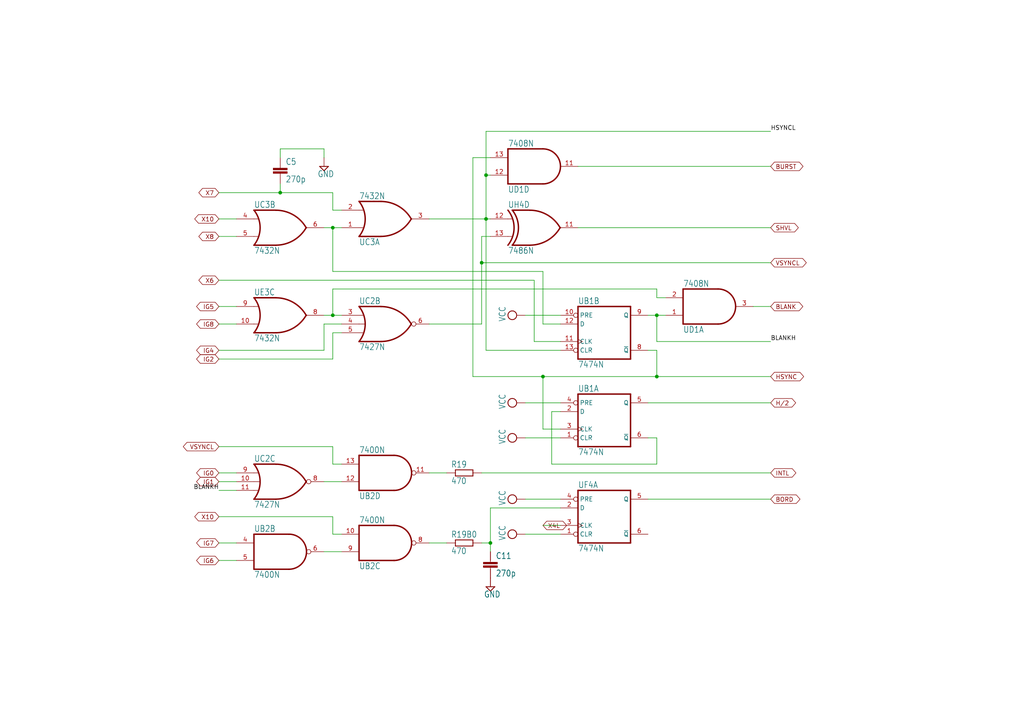
<source format=kicad_sch>
(kicad_sch (version 20230121) (generator eeschema)
  (paper "A4")
  (lib_symbols
    (symbol "HC2000:7400N"
      (property "Reference" "IC" (at -0.635 -0.635 0))
      (symbol "7400N_1_0"
        (polyline (pts (xy -7.62 -5.08) (xy 2.54 -5.08)) (stroke (width 0.4064)))
        (polyline (pts (xy -7.62 5.08) (xy -7.62 -5.08)) (stroke (width 0.4064)))
        (polyline (pts (xy 2.54 5.08) (xy -7.62 5.08)) (stroke (width 0.4064)))
        (arc (start 2.54 -5.08) (mid 7.6199 0) (end 2.54 5.08) (stroke (width 0.4064)))
        (pin input line (at -12.7 2.54 0) (length 5.08) (name "I0") (number "1"))
        (pin input line (at -12.7 -2.54 0) (length 5.08) (name "I1") (number "2"))
        (pin output inverted (at 12.7 0 180) (length 5.08) (name "O") (number "3"))
      )
      (symbol "7400N_2_0"
        (polyline (pts (xy -7.62 -5.08) (xy 2.54 -5.08)) (stroke (width 0.4064)))
        (polyline (pts (xy -7.62 5.08) (xy -7.62 -5.08)) (stroke (width 0.4064)))
        (polyline (pts (xy 2.54 5.08) (xy -7.62 5.08)) (stroke (width 0.4064)))
        (arc (start 2.54 -5.08) (mid 7.6199 0) (end 2.54 5.08) (stroke (width 0.4064)))
        (pin input line (at -12.7 2.54 0) (length 5.08) (name "I0") (number "4"))
        (pin input line (at -12.7 -2.54 0) (length 5.08) (name "I1") (number "5"))
        (pin output inverted (at 12.7 0 180) (length 5.08) (name "O") (number "6"))
      )
      (symbol "7400N_3_0"
        (polyline (pts (xy -7.62 -5.08) (xy 2.54 -5.08)) (stroke (width 0.4064)))
        (polyline (pts (xy -7.62 5.08) (xy -7.62 -5.08)) (stroke (width 0.4064)))
        (polyline (pts (xy 2.54 5.08) (xy -7.62 5.08)) (stroke (width 0.4064)))
        (arc (start 2.54 -5.08) (mid 7.6199 0) (end 2.54 5.08) (stroke (width 0.4064)))
        (pin input line (at -12.7 -2.54 0) (length 5.08) (name "I1") (number "10"))
        (pin output inverted (at 12.7 0 180) (length 5.08) (name "O") (number "8"))
        (pin input line (at -12.7 2.54 0) (length 5.08) (name "I0") (number "9"))
      )
      (symbol "7400N_4_0"
        (polyline (pts (xy -7.62 -5.08) (xy 2.54 -5.08)) (stroke (width 0.4064)))
        (polyline (pts (xy -7.62 5.08) (xy -7.62 -5.08)) (stroke (width 0.4064)))
        (polyline (pts (xy 2.54 5.08) (xy -7.62 5.08)) (stroke (width 0.4064)))
        (arc (start 2.54 -5.08) (mid 7.6199 0) (end 2.54 5.08) (stroke (width 0.4064)))
        (pin output inverted (at 12.7 0 180) (length 5.08) (name "O") (number "11"))
        (pin input line (at -12.7 2.54 0) (length 5.08) (name "I0") (number "12"))
        (pin input line (at -12.7 -2.54 0) (length 5.08) (name "I1") (number "13"))
      )
      (symbol "7400N_5_0"
        (text "GND" (at 1.905 -7.62 900) (effects (font (size 1.27 1.0795)) (justify left bottom)))
        (text "VCC" (at 1.905 5.08 900) (effects (font (size 1.27 1.0795)) (justify left bottom)))
        (pin power_in line (at 0 10.16 270) (length 7.62) (name "VCC") (number "14"))
        (pin power_in line (at 0 -10.16 90) (length 7.62) (name "GND") (number "7"))
      )
    )
    (symbol "HC2000:7408N"
      (property "Reference" "IC" (at -0.635 -0.635 0))
      (symbol "7408N_1_0"
        (polyline (pts (xy -7.62 -5.08) (xy 2.54 -5.08)) (stroke (width 0.4064)))
        (polyline (pts (xy -7.62 5.08) (xy -7.62 -5.08)) (stroke (width 0.4064)))
        (polyline (pts (xy 2.54 5.08) (xy -7.62 5.08)) (stroke (width 0.4064)))
        (arc (start 2.54 -5.08) (mid 7.6199 0) (end 2.54 5.08) (stroke (width 0.4064)))
        (pin input line (at -12.7 2.54 0) (length 5.08) (name "I0") (number "1"))
        (pin input line (at -12.7 -2.54 0) (length 5.08) (name "I1") (number "2"))
        (pin output line (at 12.7 0 180) (length 5.08) (name "O") (number "3"))
      )
      (symbol "7408N_2_0"
        (polyline (pts (xy -7.62 -5.08) (xy 2.54 -5.08)) (stroke (width 0.4064)))
        (polyline (pts (xy -7.62 5.08) (xy -7.62 -5.08)) (stroke (width 0.4064)))
        (polyline (pts (xy 2.54 5.08) (xy -7.62 5.08)) (stroke (width 0.4064)))
        (arc (start 2.54 -5.08) (mid 7.6199 0) (end 2.54 5.08) (stroke (width 0.4064)))
        (pin input line (at -12.7 2.54 0) (length 5.08) (name "I0") (number "4"))
        (pin input line (at -12.7 -2.54 0) (length 5.08) (name "I1") (number "5"))
        (pin output line (at 12.7 0 180) (length 5.08) (name "O") (number "6"))
      )
      (symbol "7408N_3_0"
        (polyline (pts (xy -7.62 -5.08) (xy 2.54 -5.08)) (stroke (width 0.4064)))
        (polyline (pts (xy -7.62 5.08) (xy -7.62 -5.08)) (stroke (width 0.4064)))
        (polyline (pts (xy 2.54 5.08) (xy -7.62 5.08)) (stroke (width 0.4064)))
        (arc (start 2.54 -5.08) (mid 7.6199 0) (end 2.54 5.08) (stroke (width 0.4064)))
        (pin input line (at -12.7 -2.54 0) (length 5.08) (name "I1") (number "10"))
        (pin output line (at 12.7 0 180) (length 5.08) (name "O") (number "8"))
        (pin input line (at -12.7 2.54 0) (length 5.08) (name "I0") (number "9"))
      )
      (symbol "7408N_4_0"
        (polyline (pts (xy -7.62 -5.08) (xy 2.54 -5.08)) (stroke (width 0.4064)))
        (polyline (pts (xy -7.62 5.08) (xy -7.62 -5.08)) (stroke (width 0.4064)))
        (polyline (pts (xy 2.54 5.08) (xy -7.62 5.08)) (stroke (width 0.4064)))
        (arc (start 2.54 -5.08) (mid 7.6199 0) (end 2.54 5.08) (stroke (width 0.4064)))
        (pin output line (at 12.7 0 180) (length 5.08) (name "O") (number "11"))
        (pin input line (at -12.7 2.54 0) (length 5.08) (name "I0") (number "12"))
        (pin input line (at -12.7 -2.54 0) (length 5.08) (name "I1") (number "13"))
      )
      (symbol "7408N_5_0"
        (text "GND" (at 1.905 -7.62 900) (effects (font (size 1.27 1.0795)) (justify left bottom)))
        (text "VCC" (at 1.905 5.08 900) (effects (font (size 1.27 1.0795)) (justify left bottom)))
        (pin power_in line (at 0 10.16 270) (length 7.62) (name "VCC") (number "14"))
        (pin power_in line (at 0 -10.16 90) (length 7.62) (name "GND") (number "7"))
      )
    )
    (symbol "HC2000:7427N"
      (property "Reference" "IC" (at -0.635 -0.635 0))
      (symbol "7427N_1_0"
        (arc (start -7.62 -5.08) (mid -5.838 0) (end -7.62 5.08) (stroke (width 0.4064)))
        (arc (start -1.2446 -5.0678) (mid 3.8372 -3.689) (end 7.5439 0.0507) (stroke (width 0.4064)))
        (polyline (pts (xy -7.62 -2.54) (xy -6.35 -2.54)) (stroke (width 0.1524)))
        (polyline (pts (xy -7.62 0) (xy -5.842 0)) (stroke (width 0.1524)))
        (polyline (pts (xy -7.62 2.54) (xy -6.35 2.54)) (stroke (width 0.1524)))
        (polyline (pts (xy -1.27 -5.08) (xy -7.62 -5.08)) (stroke (width 0.4064)))
        (polyline (pts (xy -1.27 5.08) (xy -7.62 5.08)) (stroke (width 0.4064)))
        (arc (start 7.5442 -0.0505) (mid 3.8373 3.6892) (end -1.2446 5.0678) (stroke (width 0.4064)))
        (pin input line (at -12.7 2.54 0) (length 5.08) (name "I0") (number "1"))
        (pin output inverted (at 12.7 0 180) (length 5.08) (name "O") (number "12"))
        (pin input line (at -12.7 -2.54 0) (length 5.08) (name "I2") (number "13"))
        (pin input line (at -12.7 0 0) (length 5.08) (name "I1") (number "2"))
      )
      (symbol "7427N_2_0"
        (arc (start -7.62 -5.08) (mid -5.838 0) (end -7.62 5.08) (stroke (width 0.4064)))
        (arc (start -1.2446 -5.0678) (mid 3.8372 -3.689) (end 7.5439 0.0507) (stroke (width 0.4064)))
        (polyline (pts (xy -7.62 -2.54) (xy -6.35 -2.54)) (stroke (width 0.1524)))
        (polyline (pts (xy -7.62 0) (xy -5.842 0)) (stroke (width 0.1524)))
        (polyline (pts (xy -7.62 2.54) (xy -6.35 2.54)) (stroke (width 0.1524)))
        (polyline (pts (xy -1.27 -5.08) (xy -7.62 -5.08)) (stroke (width 0.4064)))
        (polyline (pts (xy -1.27 5.08) (xy -7.62 5.08)) (stroke (width 0.4064)))
        (arc (start 7.5442 -0.0505) (mid 3.8373 3.6892) (end -1.2446 5.0678) (stroke (width 0.4064)))
        (pin input line (at -12.7 2.54 0) (length 5.08) (name "I0") (number "3"))
        (pin input line (at -12.7 0 0) (length 5.08) (name "I1") (number "4"))
        (pin input line (at -12.7 -2.54 0) (length 5.08) (name "I2") (number "5"))
        (pin output inverted (at 12.7 0 180) (length 5.08) (name "O") (number "6"))
      )
      (symbol "7427N_3_0"
        (arc (start -7.62 -5.08) (mid -5.838 0) (end -7.62 5.08) (stroke (width 0.4064)))
        (arc (start -1.2446 -5.0678) (mid 3.8372 -3.689) (end 7.5439 0.0507) (stroke (width 0.4064)))
        (polyline (pts (xy -7.62 -2.54) (xy -6.35 -2.54)) (stroke (width 0.1524)))
        (polyline (pts (xy -7.62 0) (xy -5.842 0)) (stroke (width 0.1524)))
        (polyline (pts (xy -7.62 2.54) (xy -6.35 2.54)) (stroke (width 0.1524)))
        (polyline (pts (xy -1.27 -5.08) (xy -7.62 -5.08)) (stroke (width 0.4064)))
        (polyline (pts (xy -1.27 5.08) (xy -7.62 5.08)) (stroke (width 0.4064)))
        (arc (start 7.5442 -0.0505) (mid 3.8373 3.6892) (end -1.2446 5.0678) (stroke (width 0.4064)))
        (pin input line (at -12.7 0 0) (length 5.08) (name "I1") (number "10"))
        (pin input line (at -12.7 -2.54 0) (length 5.08) (name "I2") (number "11"))
        (pin output inverted (at 12.7 0 180) (length 5.08) (name "O") (number "8"))
        (pin input line (at -12.7 2.54 0) (length 5.08) (name "I0") (number "9"))
      )
      (symbol "7427N_4_0"
        (text "GND" (at 1.905 -7.62 900) (effects (font (size 1.27 1.0795)) (justify left bottom)))
        (text "VCC" (at 1.905 5.08 900) (effects (font (size 1.27 1.0795)) (justify left bottom)))
        (pin power_in line (at 0 10.16 270) (length 7.62) (name "VCC") (number "14"))
        (pin power_in line (at 0 -10.16 90) (length 7.62) (name "GND") (number "7"))
      )
    )
    (symbol "HC2000:7432N"
      (property "Reference" "IC" (at -0.635 -0.635 0))
      (symbol "7432N_1_0"
        (arc (start -7.62 -5.08) (mid -5.838 0) (end -7.62 5.08) (stroke (width 0.4064)))
        (arc (start -1.2446 -5.0678) (mid 3.8372 -3.689) (end 7.5439 0.0507) (stroke (width 0.4064)))
        (polyline (pts (xy -7.62 -2.54) (xy -6.35 -2.54)) (stroke (width 0.1524)))
        (polyline (pts (xy -7.62 2.54) (xy -6.35 2.54)) (stroke (width 0.1524)))
        (polyline (pts (xy -1.27 -5.08) (xy -7.62 -5.08)) (stroke (width 0.4064)))
        (polyline (pts (xy -1.27 5.08) (xy -7.62 5.08)) (stroke (width 0.4064)))
        (arc (start 7.5442 -0.0505) (mid 3.8373 3.6892) (end -1.2446 5.0678) (stroke (width 0.4064)))
        (pin input line (at -12.7 2.54 0) (length 5.08) (name "I0") (number "1"))
        (pin input line (at -12.7 -2.54 0) (length 5.08) (name "I1") (number "2"))
        (pin output line (at 12.7 0 180) (length 5.08) (name "O") (number "3"))
      )
      (symbol "7432N_2_0"
        (arc (start -7.62 -5.08) (mid -5.838 0) (end -7.62 5.08) (stroke (width 0.4064)))
        (arc (start -1.2446 -5.0678) (mid 3.8372 -3.689) (end 7.5439 0.0507) (stroke (width 0.4064)))
        (polyline (pts (xy -7.62 -2.54) (xy -6.35 -2.54)) (stroke (width 0.1524)))
        (polyline (pts (xy -7.62 2.54) (xy -6.35 2.54)) (stroke (width 0.1524)))
        (polyline (pts (xy -1.27 -5.08) (xy -7.62 -5.08)) (stroke (width 0.4064)))
        (polyline (pts (xy -1.27 5.08) (xy -7.62 5.08)) (stroke (width 0.4064)))
        (arc (start 7.5442 -0.0505) (mid 3.8373 3.6892) (end -1.2446 5.0678) (stroke (width 0.4064)))
        (pin input line (at -12.7 2.54 0) (length 5.08) (name "I0") (number "4"))
        (pin input line (at -12.7 -2.54 0) (length 5.08) (name "I1") (number "5"))
        (pin output line (at 12.7 0 180) (length 5.08) (name "O") (number "6"))
      )
      (symbol "7432N_3_0"
        (arc (start -7.62 -5.08) (mid -5.838 0) (end -7.62 5.08) (stroke (width 0.4064)))
        (arc (start -1.2446 -5.0678) (mid 3.8372 -3.689) (end 7.5439 0.0507) (stroke (width 0.4064)))
        (polyline (pts (xy -7.62 -2.54) (xy -6.35 -2.54)) (stroke (width 0.1524)))
        (polyline (pts (xy -7.62 2.54) (xy -6.35 2.54)) (stroke (width 0.1524)))
        (polyline (pts (xy -1.27 -5.08) (xy -7.62 -5.08)) (stroke (width 0.4064)))
        (polyline (pts (xy -1.27 5.08) (xy -7.62 5.08)) (stroke (width 0.4064)))
        (arc (start 7.5442 -0.0505) (mid 3.8373 3.6892) (end -1.2446 5.0678) (stroke (width 0.4064)))
        (pin input line (at -12.7 -2.54 0) (length 5.08) (name "I1") (number "10"))
        (pin output line (at 12.7 0 180) (length 5.08) (name "O") (number "8"))
        (pin input line (at -12.7 2.54 0) (length 5.08) (name "I0") (number "9"))
      )
      (symbol "7432N_4_0"
        (arc (start -7.62 -5.08) (mid -5.838 0) (end -7.62 5.08) (stroke (width 0.4064)))
        (arc (start -1.2446 -5.0678) (mid 3.8372 -3.689) (end 7.5439 0.0507) (stroke (width 0.4064)))
        (polyline (pts (xy -7.62 -2.54) (xy -6.35 -2.54)) (stroke (width 0.1524)))
        (polyline (pts (xy -7.62 2.54) (xy -6.35 2.54)) (stroke (width 0.1524)))
        (polyline (pts (xy -1.27 -5.08) (xy -7.62 -5.08)) (stroke (width 0.4064)))
        (polyline (pts (xy -1.27 5.08) (xy -7.62 5.08)) (stroke (width 0.4064)))
        (arc (start 7.5442 -0.0505) (mid 3.8373 3.6892) (end -1.2446 5.0678) (stroke (width 0.4064)))
        (pin output line (at 12.7 0 180) (length 5.08) (name "O") (number "11"))
        (pin input line (at -12.7 2.54 0) (length 5.08) (name "I0") (number "12"))
        (pin input line (at -12.7 -2.54 0) (length 5.08) (name "I1") (number "13"))
      )
      (symbol "7432N_5_0"
        (text "GND" (at 1.905 -7.62 900) (effects (font (size 1.27 1.0795)) (justify left bottom)))
        (text "VCC" (at 1.905 5.08 900) (effects (font (size 1.27 1.0795)) (justify left bottom)))
        (pin power_in line (at 0 10.16 270) (length 7.62) (name "VCC") (number "14"))
        (pin power_in line (at 0 -10.16 90) (length 7.62) (name "GND") (number "7"))
      )
    )
    (symbol "HC2000:7474N"
      (property "Reference" "IC" (at -0.635 -0.635 0))
      (symbol "7474N_1_0"
        (polyline (pts (xy -7.62 -7.62) (xy 7.62 -7.62)) (stroke (width 0.4064)))
        (polyline (pts (xy -7.62 7.62) (xy -7.62 -7.62)) (stroke (width 0.4064)))
        (polyline (pts (xy 7.62 -7.62) (xy 7.62 7.62)) (stroke (width 0.4064)))
        (polyline (pts (xy 7.62 7.62) (xy -7.62 7.62)) (stroke (width 0.4064)))
        (pin input inverted (at -12.7 -5.08 0) (length 5.08) (name "CLR") (number "1"))
        (pin input line (at -12.7 2.54 0) (length 5.08) (name "D") (number "2"))
        (pin input clock (at -12.7 -2.54 0) (length 5.08) (name "CLK") (number "3"))
        (pin input inverted (at -12.7 5.08 0) (length 5.08) (name "PRE") (number "4"))
        (pin output line (at 12.7 5.08 180) (length 5.08) (name "Q") (number "5"))
        (pin output line (at 12.7 -5.08 180) (length 5.08) (name "~{Q}") (number "6"))
      )
      (symbol "7474N_2_0"
        (polyline (pts (xy -7.62 -7.62) (xy 7.62 -7.62)) (stroke (width 0.4064)))
        (polyline (pts (xy -7.62 7.62) (xy -7.62 -7.62)) (stroke (width 0.4064)))
        (polyline (pts (xy 7.62 -7.62) (xy 7.62 7.62)) (stroke (width 0.4064)))
        (polyline (pts (xy 7.62 7.62) (xy -7.62 7.62)) (stroke (width 0.4064)))
        (pin input inverted (at -12.7 5.08 0) (length 5.08) (name "PRE") (number "10"))
        (pin input clock (at -12.7 -2.54 0) (length 5.08) (name "CLK") (number "11"))
        (pin input line (at -12.7 2.54 0) (length 5.08) (name "D") (number "12"))
        (pin input inverted (at -12.7 -5.08 0) (length 5.08) (name "CLR") (number "13"))
        (pin output line (at 12.7 -5.08 180) (length 5.08) (name "~{Q}") (number "8"))
        (pin output line (at 12.7 5.08 180) (length 5.08) (name "Q") (number "9"))
      )
      (symbol "7474N_3_0"
        (text "GND" (at 1.905 -7.62 900) (effects (font (size 1.27 1.0795)) (justify left bottom)))
        (text "VCC" (at 1.905 5.08 900) (effects (font (size 1.27 1.0795)) (justify left bottom)))
        (pin power_in line (at 0 10.16 270) (length 7.62) (name "VCC") (number "14"))
        (pin power_in line (at 0 -10.16 90) (length 7.62) (name "GND") (number "7"))
      )
    )
    (symbol "HC2000:7486N"
      (property "Reference" "IC" (at -0.635 -0.635 0))
      (symbol "7486N_1_0"
        (arc (start -7.62 -5.08) (mid -5.838 0) (end -7.62 5.08) (stroke (width 0.4064)))
        (arc (start -6.35 -5.08) (mid -4.568 0) (end -6.35 5.08) (stroke (width 0.4064)))
        (arc (start -1.2446 -5.0678) (mid 3.8372 -3.689) (end 7.5439 0.0507) (stroke (width 0.4064)))
        (polyline (pts (xy -7.62 -2.54) (xy -6.35 -2.54)) (stroke (width 0.1524)))
        (polyline (pts (xy -7.62 2.54) (xy -6.35 2.54)) (stroke (width 0.1524)))
        (polyline (pts (xy -1.27 -5.08) (xy -6.35 -5.08)) (stroke (width 0.4064)))
        (polyline (pts (xy -1.27 5.08) (xy -6.35 5.08)) (stroke (width 0.4064)))
        (arc (start 7.5442 -0.0505) (mid 3.8373 3.6892) (end -1.2446 5.0678) (stroke (width 0.4064)))
        (pin input line (at -12.7 2.54 0) (length 5.08) (name "I0") (number "1"))
        (pin input line (at -12.7 -2.54 0) (length 5.08) (name "I1") (number "2"))
        (pin output line (at 12.7 0 180) (length 5.08) (name "O") (number "3"))
      )
      (symbol "7486N_2_0"
        (arc (start -7.62 -5.08) (mid -5.838 0) (end -7.62 5.08) (stroke (width 0.4064)))
        (arc (start -6.35 -5.08) (mid -4.568 0) (end -6.35 5.08) (stroke (width 0.4064)))
        (arc (start -1.2446 -5.0678) (mid 3.8372 -3.689) (end 7.5439 0.0507) (stroke (width 0.4064)))
        (polyline (pts (xy -7.62 -2.54) (xy -6.35 -2.54)) (stroke (width 0.1524)))
        (polyline (pts (xy -7.62 2.54) (xy -6.35 2.54)) (stroke (width 0.1524)))
        (polyline (pts (xy -1.27 -5.08) (xy -6.35 -5.08)) (stroke (width 0.4064)))
        (polyline (pts (xy -1.27 5.08) (xy -6.35 5.08)) (stroke (width 0.4064)))
        (arc (start 7.5442 -0.0505) (mid 3.8373 3.6892) (end -1.2446 5.0678) (stroke (width 0.4064)))
        (pin input line (at -12.7 2.54 0) (length 5.08) (name "I0") (number "4"))
        (pin input line (at -12.7 -2.54 0) (length 5.08) (name "I1") (number "5"))
        (pin output line (at 12.7 0 180) (length 5.08) (name "O") (number "6"))
      )
      (symbol "7486N_3_0"
        (arc (start -7.62 -5.08) (mid -5.838 0) (end -7.62 5.08) (stroke (width 0.4064)))
        (arc (start -6.35 -5.08) (mid -4.568 0) (end -6.35 5.08) (stroke (width 0.4064)))
        (arc (start -1.2446 -5.0678) (mid 3.8372 -3.689) (end 7.5439 0.0507) (stroke (width 0.4064)))
        (polyline (pts (xy -7.62 -2.54) (xy -6.35 -2.54)) (stroke (width 0.1524)))
        (polyline (pts (xy -7.62 2.54) (xy -6.35 2.54)) (stroke (width 0.1524)))
        (polyline (pts (xy -1.27 -5.08) (xy -6.35 -5.08)) (stroke (width 0.4064)))
        (polyline (pts (xy -1.27 5.08) (xy -6.35 5.08)) (stroke (width 0.4064)))
        (arc (start 7.5442 -0.0505) (mid 3.8373 3.6892) (end -1.2446 5.0678) (stroke (width 0.4064)))
        (pin input line (at -12.7 -2.54 0) (length 5.08) (name "I1") (number "10"))
        (pin output line (at 12.7 0 180) (length 5.08) (name "O") (number "8"))
        (pin input line (at -12.7 2.54 0) (length 5.08) (name "I0") (number "9"))
      )
      (symbol "7486N_4_0"
        (arc (start -7.62 -5.08) (mid -5.838 0) (end -7.62 5.08) (stroke (width 0.4064)))
        (arc (start -6.35 -5.08) (mid -4.568 0) (end -6.35 5.08) (stroke (width 0.4064)))
        (arc (start -1.2446 -5.0678) (mid 3.8372 -3.689) (end 7.5439 0.0507) (stroke (width 0.4064)))
        (polyline (pts (xy -7.62 -2.54) (xy -6.35 -2.54)) (stroke (width 0.1524)))
        (polyline (pts (xy -7.62 2.54) (xy -6.35 2.54)) (stroke (width 0.1524)))
        (polyline (pts (xy -1.27 -5.08) (xy -6.35 -5.08)) (stroke (width 0.4064)))
        (polyline (pts (xy -1.27 5.08) (xy -6.35 5.08)) (stroke (width 0.4064)))
        (arc (start 7.5442 -0.0505) (mid 3.8373 3.6892) (end -1.2446 5.0678) (stroke (width 0.4064)))
        (pin output line (at 12.7 0 180) (length 5.08) (name "O") (number "11"))
        (pin input line (at -12.7 2.54 0) (length 5.08) (name "I0") (number "12"))
        (pin input line (at -12.7 -2.54 0) (length 5.08) (name "I1") (number "13"))
      )
      (symbol "7486N_5_0"
        (text "GND" (at 1.905 -7.62 900) (effects (font (size 1.27 1.0795)) (justify left bottom)))
        (text "VCC" (at 1.905 5.08 900) (effects (font (size 1.27 1.0795)) (justify left bottom)))
        (pin power_in line (at 0 10.16 270) (length 7.62) (name "VCC") (number "14"))
        (pin power_in line (at 0 -10.16 90) (length 7.62) (name "GND") (number "7"))
      )
    )
    (symbol "HC2000:C-EU025-030X050"
      (property "Reference" "C" (at 1.524 0.381 0))
      (property "Value" "C-EU025-030X050" (at 1.524 -4.699 0))
      (symbol "C-EU025-030X050_1_0"
        (rectangle (start -2.032 -2.032) (end 2.032 -1.524) (fill (type outline)))
        (rectangle (start -2.032 -1.016) (end 2.032 -0.508) (fill (type outline)))
        (polyline (pts (xy 0 -2.54) (xy 0 -2.032)) (stroke (width 0.1524)))
        (polyline (pts (xy 0 0) (xy 0 -0.508)) (stroke (width 0.1524)))
        (pin passive line (at 0 2.54 270) (length 2.54) (name "1") (number "1"))
        (pin passive line (at 0 -5.08 90) (length 2.54) (name "2") (number "2"))
      )
    )
    (symbol "HC2000:GND" (power)
      (property "Value" "GND" (at -1.905 -3.175 0))
      (symbol "GND_1_0"
        (polyline (pts (xy -1.27 0) (xy 1.27 0)) (stroke (width 0.254)))
        (polyline (pts (xy 0 -1.27) (xy -1.27 0)) (stroke (width 0.254)))
        (polyline (pts (xy 1.27 0) (xy 0 -1.27)) (stroke (width 0.254)))
        (pin power_in line (at 0 2.54 270) (length 2.54) (name "GND") (number "1"))
      )
    )
    (symbol "HC2000:R-EU_0204{slash}7"
      (property "Reference" "R" (at -3.81 1.4986 0))
      (property "Value" "R-EU_0204{slash}7" (at -3.81 -3.302 0))
      (symbol "R-EU_0204{slash}7_1_0"
        (polyline (pts (xy -2.54 -0.889) (xy -2.54 0.889)) (stroke (width 0.254)))
        (polyline (pts (xy -2.54 -0.889) (xy 2.54 -0.889)) (stroke (width 0.254)))
        (polyline (pts (xy 2.54 -0.889) (xy 2.54 0.889)) (stroke (width 0.254)))
        (polyline (pts (xy 2.54 0.889) (xy -2.54 0.889)) (stroke (width 0.254)))
        (pin passive line (at -5.08 0 0) (length 2.54) (name "1") (number "1"))
        (pin passive line (at 5.08 0 180) (length 2.54) (name "2") (number "2"))
      )
    )
    (symbol "HC2000:VCC" (power)
      (property "Value" "VCC" (at -1.905 3.175 0))
      (symbol "VCC_1_0"
        (circle (center 0 1.27) (radius 1.27) (stroke (width 0.254)))
        (pin power_in line (at 0 -2.54 90) (length 2.54) (name "VCC") (number "1"))
      )
    )
  )
  (junction (at 142.24 157.48))
  (junction (at 190.5 91.44))
  (junction (at 157.48 109.22))
  (junction (at 96.52 66.04))
  (junction (at 190.5 109.22))
  (junction (at 140.97 63.5))
  (junction (at 139.7 76.2))
  (junction (at 81.28 55.88))
  (junction (at 96.52 91.44))
  (junction (at 140.97 50.8))
  (wire (pts (xy 137.16 109.22) (xy 157.48 109.22)))
  (wire (pts (xy 152.4 144.78) (xy 162.56 144.78)))
  (wire (pts (xy 96.52 154.94) (xy 96.52 149.86)))
  (wire (pts (xy 162.56 101.6) (xy 140.97 101.6)))
  (wire (pts (xy 96.52 78.74) (xy 96.52 66.04)))
  (wire (pts (xy 140.97 101.6) (xy 140.97 63.5)))
  (wire (pts (xy 96.52 149.86) (xy 63.5 149.86)))
  (wire (pts (xy 99.06 139.7) (xy 93.98 139.7)))
  (wire (pts (xy 139.7 68.58) (xy 139.7 76.2)))
  (wire (pts (xy 190.5 83.82) (xy 96.52 83.82)))
  (wire (pts (xy 160.02 134.62) (xy 190.5 134.62)))
  (wire (pts (xy 96.52 66.04) (xy 99.06 66.04)))
  (wire (pts (xy 187.96 91.44) (xy 190.5 91.44)))
  (wire (pts (xy 190.5 99.06) (xy 190.5 91.44)))
  (wire (pts (xy 190.5 127) (xy 187.96 127)))
  (wire (pts (xy 162.56 147.32) (xy 142.24 147.32)))
  (wire (pts (xy 124.46 63.5) (xy 140.97 63.5)))
  (wire (pts (xy 193.04 86.36) (xy 190.5 86.36)))
  (wire (pts (xy 93.98 43.18) (xy 93.98 45.72)))
  (wire (pts (xy 190.5 86.36) (xy 190.5 83.82)))
  (wire (pts (xy 223.52 144.78) (xy 187.96 144.78)))
  (wire (pts (xy 63.5 81.28) (xy 154.94 81.28)))
  (wire (pts (xy 63.5 63.5) (xy 68.58 63.5)))
  (wire (pts (xy 140.97 50.8) (xy 140.97 63.5)))
  (wire (pts (xy 96.52 104.14) (xy 96.52 96.52)))
  (wire (pts (xy 152.4 116.84) (xy 162.56 116.84)))
  (wire (pts (xy 63.5 101.6) (xy 93.98 101.6)))
  (wire (pts (xy 63.5 68.58) (xy 68.58 68.58)))
  (wire (pts (xy 81.28 43.18) (xy 93.98 43.18)))
  (wire (pts (xy 142.24 68.58) (xy 139.7 68.58)))
  (wire (pts (xy 63.5 93.98) (xy 68.58 93.98)))
  (wire (pts (xy 96.52 60.96) (xy 99.06 60.96)))
  (wire (pts (xy 162.56 93.98) (xy 157.48 93.98)))
  (wire (pts (xy 223.52 137.16) (xy 139.7 137.16)))
  (wire (pts (xy 137.16 45.72) (xy 137.16 109.22)))
  (wire (pts (xy 160.02 119.38) (xy 160.02 134.62)))
  (wire (pts (xy 223.52 88.9) (xy 218.44 88.9)))
  (wire (pts (xy 154.94 99.06) (xy 162.56 99.06)))
  (wire (pts (xy 96.52 91.44) (xy 99.06 91.44)))
  (wire (pts (xy 152.4 91.44) (xy 162.56 91.44)))
  (wire (pts (xy 81.28 53.34) (xy 81.28 55.88)))
  (wire (pts (xy 154.94 81.28) (xy 154.94 99.06)))
  (wire (pts (xy 157.48 109.22) (xy 190.5 109.22)))
  (wire (pts (xy 129.54 137.16) (xy 124.46 137.16)))
  (wire (pts (xy 124.46 93.98) (xy 139.7 93.98)))
  (wire (pts (xy 162.56 119.38) (xy 160.02 119.38)))
  (wire (pts (xy 223.52 116.84) (xy 187.96 116.84)))
  (wire (pts (xy 157.48 124.46) (xy 157.48 109.22)))
  (wire (pts (xy 93.98 91.44) (xy 96.52 91.44)))
  (wire (pts (xy 96.52 55.88) (xy 96.52 60.96)))
  (wire (pts (xy 140.97 63.5) (xy 142.24 63.5)))
  (wire (pts (xy 63.5 104.14) (xy 96.52 104.14)))
  (wire (pts (xy 96.52 83.82) (xy 96.52 91.44)))
  (wire (pts (xy 142.24 147.32) (xy 142.24 157.48)))
  (wire (pts (xy 223.52 99.06) (xy 190.5 99.06)))
  (wire (pts (xy 190.5 134.62) (xy 190.5 127)))
  (wire (pts (xy 93.98 101.6) (xy 93.98 93.98)))
  (wire (pts (xy 152.4 127) (xy 162.56 127)))
  (wire (pts (xy 63.5 129.54) (xy 96.52 129.54)))
  (wire (pts (xy 81.28 45.72) (xy 81.28 43.18)))
  (wire (pts (xy 96.52 96.52) (xy 99.06 96.52)))
  (wire (pts (xy 223.52 66.04) (xy 167.64 66.04)))
  (wire (pts (xy 139.7 76.2) (xy 223.52 76.2)))
  (wire (pts (xy 157.48 152.4) (xy 162.56 152.4)))
  (wire (pts (xy 190.5 109.22) (xy 190.5 101.6)))
  (wire (pts (xy 63.5 88.9) (xy 68.58 88.9)))
  (wire (pts (xy 96.52 129.54) (xy 96.52 134.62)))
  (wire (pts (xy 63.5 157.48) (xy 68.58 157.48)))
  (wire (pts (xy 63.5 139.7) (xy 68.58 139.7)))
  (wire (pts (xy 157.48 78.74) (xy 157.48 93.98)))
  (wire (pts (xy 96.52 134.62) (xy 99.06 134.62)))
  (wire (pts (xy 223.52 109.22) (xy 190.5 109.22)))
  (wire (pts (xy 63.5 162.56) (xy 68.58 162.56)))
  (wire (pts (xy 63.5 137.16) (xy 68.58 137.16)))
  (wire (pts (xy 96.52 78.74) (xy 157.48 78.74)))
  (wire (pts (xy 81.28 55.88) (xy 96.52 55.88)))
  (wire (pts (xy 142.24 50.8) (xy 140.97 50.8)))
  (wire (pts (xy 93.98 93.98) (xy 99.06 93.98)))
  (wire (pts (xy 162.56 124.46) (xy 157.48 124.46)))
  (wire (pts (xy 190.5 101.6) (xy 187.96 101.6)))
  (wire (pts (xy 152.4 154.94) (xy 162.56 154.94)))
  (wire (pts (xy 223.52 48.26) (xy 167.64 48.26)))
  (wire (pts (xy 190.5 91.44) (xy 193.04 91.44)))
  (wire (pts (xy 63.5 55.88) (xy 81.28 55.88)))
  (wire (pts (xy 124.46 157.48) (xy 129.54 157.48)))
  (wire (pts (xy 139.7 93.98) (xy 139.7 76.2)))
  (wire (pts (xy 99.06 160.02) (xy 93.98 160.02)))
  (wire (pts (xy 142.24 45.72) (xy 137.16 45.72)))
  (wire (pts (xy 142.24 157.48) (xy 139.7 157.48)))
  (wire (pts (xy 223.52 38.1) (xy 140.97 38.1)))
  (wire (pts (xy 99.06 154.94) (xy 96.52 154.94)))
  (wire (pts (xy 140.97 38.1) (xy 140.97 50.8)))
  (wire (pts (xy 63.5 142.24) (xy 68.58 142.24)))
  (wire (pts (xy 142.24 160.02) (xy 142.24 157.48)))
  (wire (pts (xy 93.98 66.04) (xy 96.52 66.04)))
  (label "HSYNCL" (at 223.52 38.1 0) (effects (font (size 1.2446 1.2446))))
  (label "BLANKH" (at 223.52 99.06 0) (effects (font (size 1.2446 1.2446))))
  (label "BLANKH" (at 63.5 142.24 180) (effects (font (size 1.2446 1.2446))))
  (global_label "INTL" (shape bidirectional) (at 223.52 137.16 0) (effects (font (size 1.2446 1.2446))) (property "Intersheetrefs" "${INTERSHEET_REFS}" (effects hide)))
  (global_label "VSYNCL" (shape bidirectional) (at 63.5 129.54 180) (effects (font (size 1.2446 1.2446))) (property "Intersheetrefs" "${INTERSHEET_REFS}" (effects hide)))
  (global_label "X8" (shape bidirectional) (at 63.5 68.58 180) (effects (font (size 1.2446 1.2446))) (property "Intersheetrefs" "${INTERSHEET_REFS}" (effects hide)))
  (global_label "IG7" (shape bidirectional) (at 63.5 157.48 180) (effects (font (size 1.2446 1.2446))) (property "Intersheetrefs" "${INTERSHEET_REFS}" (effects hide)))
  (global_label "IG2" (shape bidirectional) (at 63.5 104.14 180) (effects (font (size 1.2446 1.2446))) (property "Intersheetrefs" "${INTERSHEET_REFS}" (effects hide)))
  (global_label "BLANK" (shape bidirectional) (at 223.52 88.9 0) (effects (font (size 1.2446 1.2446))) (property "Intersheetrefs" "${INTERSHEET_REFS}" (effects hide)))
  (global_label "IG4" (shape bidirectional) (at 63.5 101.6 180) (effects (font (size 1.2446 1.2446))) (property "Intersheetrefs" "${INTERSHEET_REFS}" (effects hide)))
  (global_label "VSYNCL" (shape bidirectional) (at 223.52 76.2 0) (effects (font (size 1.2446 1.2446))) (property "Intersheetrefs" "${INTERSHEET_REFS}" (effects hide)))
  (global_label "IG8" (shape bidirectional) (at 63.5 93.98 180) (effects (font (size 1.2446 1.2446))) (property "Intersheetrefs" "${INTERSHEET_REFS}" (effects hide)))
  (global_label "IG6" (shape bidirectional) (at 63.5 162.56 180) (effects (font (size 1.2446 1.2446))) (property "Intersheetrefs" "${INTERSHEET_REFS}" (effects hide)))
  (global_label "X4L" (shape bidirectional) (at 157.48 152.4 0) (effects (font (size 1.2446 1.2446))) (property "Intersheetrefs" "${INTERSHEET_REFS}" (effects hide)))
  (global_label "BURST" (shape bidirectional) (at 223.52 48.26 0) (effects (font (size 1.2446 1.2446))) (property "Intersheetrefs" "${INTERSHEET_REFS}" (effects hide)))
  (global_label "HSYNC" (shape bidirectional) (at 223.52 109.22 0) (effects (font (size 1.2446 1.2446))) (property "Intersheetrefs" "${INTERSHEET_REFS}" (effects hide)))
  (global_label "BORD" (shape bidirectional) (at 223.52 144.78 0) (effects (font (size 1.2446 1.2446))) (property "Intersheetrefs" "${INTERSHEET_REFS}" (effects hide)))
  (global_label "X7" (shape bidirectional) (at 63.5 55.88 180) (effects (font (size 1.2446 1.2446))) (property "Intersheetrefs" "${INTERSHEET_REFS}" (effects hide)))
  (global_label "X10" (shape bidirectional) (at 63.5 149.86 180) (effects (font (size 1.2446 1.2446))) (property "Intersheetrefs" "${INTERSHEET_REFS}" (effects hide)))
  (global_label "IG0" (shape bidirectional) (at 63.5 137.16 180) (effects (font (size 1.2446 1.2446))) (property "Intersheetrefs" "${INTERSHEET_REFS}" (effects hide)))
  (global_label "SHVL" (shape bidirectional) (at 223.52 66.04 0) (effects (font (size 1.2446 1.2446))) (property "Intersheetrefs" "${INTERSHEET_REFS}" (effects hide)))
  (global_label "X6" (shape bidirectional) (at 63.5 81.28 180) (effects (font (size 1.2446 1.2446))) (property "Intersheetrefs" "${INTERSHEET_REFS}" (effects hide)))
  (global_label "X10" (shape bidirectional) (at 63.5 63.5 180) (effects (font (size 1.2446 1.2446))) (property "Intersheetrefs" "${INTERSHEET_REFS}" (effects hide)))
  (global_label "IG1" (shape bidirectional) (at 63.5 139.7 180) (effects (font (size 1.2446 1.2446))) (property "Intersheetrefs" "${INTERSHEET_REFS}" (effects hide)))
  (global_label "IG5" (shape bidirectional) (at 63.5 88.9 180) (effects (font (size 1.2446 1.2446))) (property "Intersheetrefs" "${INTERSHEET_REFS}" (effects hide)))
  (global_label "H/2" (shape bidirectional) (at 223.52 116.84 0) (effects (font (size 1.2446 1.2446))) (property "Intersheetrefs" "${INTERSHEET_REFS}" (effects hide)))
  (symbol (lib_id "HC2000:7408N") (at 205.74 88.9 0) (mirror x) (unit 1)
    (property "Reference" "UD1" (at 198.12 94.615 0) (effects (font (size 1.778 1.5113)) (justify left bottom)))
    (property "Value" "7408N" (at 198.12 81.28 0) (effects (font (size 1.778 1.5113)) (justify left bottom)))
    (property "Footprint" "HC2000:DIL14" (effects hide))
  )
  (symbol (lib_id "HC2000:7432N") (at 111.76 63.5 0) (mirror x) (unit 1)
    (property "Reference" "UC3" (at 104.14 69.215 0) (effects (font (size 1.778 1.5113)) (justify left bottom)))
    (property "Value" "7432N" (at 104.14 55.88 0) (effects (font (size 1.778 1.5113)) (justify left bottom)))
    (property "Footprint" "HC2000:DIL14" (effects hide))
  )
  (symbol (lib_id "HC2000:7408N") (at 154.94 48.26 0) (mirror x) (unit 4)
    (property "Reference" "UD1" (at 147.32 53.975 0) (effects (font (size 1.778 1.5113)) (justify left bottom)))
    (property "Value" "7408N" (at 147.32 40.64 0) (effects (font (size 1.778 1.5113)) (justify left bottom)))
    (property "Footprint" "HC2000:DIL14" (effects hide))
  )
  (symbol (lib_id "HC2000:VCC") (at 149.86 91.44 90) (unit 1)
    (property "Reference" "#SUPPLY027" (effects hide))
    (property "Value" "VCC" (at 146.685 93.345 0) (effects (font (size 1.778 1.5113)) (justify left bottom)))
    (property "Footprint" "HC2000:" (effects hide))
  )
  (symbol (lib_id "HC2000:VCC") (at 149.86 144.78 90) (unit 1)
    (property "Reference" "#SUPPLY033" (effects hide))
    (property "Value" "VCC" (at 146.685 146.685 0) (effects (font (size 1.778 1.5113)) (justify left bottom)))
    (property "Footprint" "HC2000:" (effects hide))
  )
  (symbol (lib_id "HC2000:C-EU025-030X050") (at 142.24 162.56 0) (unit 1)
    (property "Reference" "C11" (at 143.764 162.179 0) (effects (font (size 1.778 1.5113)) (justify left bottom)))
    (property "Value" "270p" (at 143.764 167.259 0) (effects (font (size 1.778 1.5113)) (justify left bottom)))
    (property "Footprint" "HC2000:C025-025X050" (effects hide))
  )
  (symbol (lib_id "HC2000:7486N") (at 154.94 66.04 0) (unit 4)
    (property "Reference" "UH4" (at 147.32 60.325 0) (effects (font (size 1.778 1.5113)) (justify left bottom)))
    (property "Value" "7486N" (at 147.32 73.66 0) (effects (font (size 1.778 1.5113)) (justify left bottom)))
    (property "Footprint" "HC2000:DIL14" (effects hide))
  )
  (symbol (lib_id "HC2000:R-EU_0204{slash}7") (at 134.62 157.48 0) (unit 1)
    (property "Reference" "R19B0" (at 130.81 155.9814 0) (effects (font (size 1.778 1.5113)) (justify left bottom)))
    (property "Value" "470" (at 130.81 160.782 0) (effects (font (size 1.778 1.5113)) (justify left bottom)))
    (property "Footprint" "HC2000:0204_7" (effects hide))
  )
  (symbol (lib_id "HC2000:VCC") (at 149.86 116.84 90) (unit 1)
    (property "Reference" "#SUPPLY028" (effects hide))
    (property "Value" "VCC" (at 146.685 118.745 0) (effects (font (size 1.778 1.5113)) (justify left bottom)))
    (property "Footprint" "HC2000:" (effects hide))
  )
  (symbol (lib_id "HC2000:7427N") (at 111.76 93.98 0) (unit 2)
    (property "Reference" "UC2" (at 104.14 88.265 0) (effects (font (size 1.778 1.5113)) (justify left bottom)))
    (property "Value" "7427N" (at 104.14 101.6 0) (effects (font (size 1.778 1.5113)) (justify left bottom)))
    (property "Footprint" "HC2000:DIL14" (effects hide))
  )
  (symbol (lib_id "HC2000:R-EU_0204{slash}7") (at 134.62 137.16 0) (unit 1)
    (property "Reference" "R19" (at 130.81 135.6614 0) (effects (font (size 1.778 1.5113)) (justify left bottom)))
    (property "Value" "470" (at 130.81 140.462 0) (effects (font (size 1.778 1.5113)) (justify left bottom)))
    (property "Footprint" "HC2000:0204_7" (effects hide))
  )
  (symbol (lib_id "HC2000:7432N") (at 81.28 91.44 0) (unit 3)
    (property "Reference" "UE3" (at 73.66 85.725 0) (effects (font (size 1.778 1.5113)) (justify left bottom)))
    (property "Value" "7432N" (at 73.66 99.06 0) (effects (font (size 1.778 1.5113)) (justify left bottom)))
    (property "Footprint" "HC2000:DIL14" (effects hide))
  )
  (symbol (lib_id "HC2000:GND") (at 142.24 170.18 0) (unit 1)
    (property "Reference" "#SUPPLY032" (effects hide))
    (property "Value" "GND" (at 140.335 173.355 0) (effects (font (size 1.778 1.5113)) (justify left bottom)))
    (property "Footprint" "HC2000:" (effects hide))
  )
  (symbol (lib_id "HC2000:7432N") (at 81.28 66.04 0) (unit 2)
    (property "Reference" "UC3" (at 73.66 60.325 0) (effects (font (size 1.778 1.5113)) (justify left bottom)))
    (property "Value" "7432N" (at 73.66 73.66 0) (effects (font (size 1.778 1.5113)) (justify left bottom)))
    (property "Footprint" "HC2000:DIL14" (effects hide))
  )
  (symbol (lib_id "HC2000:7474N") (at 175.26 149.86 0) (unit 1)
    (property "Reference" "UF4" (at 167.64 141.605 0) (effects (font (size 1.778 1.5113)) (justify left bottom)))
    (property "Value" "7474N" (at 167.64 160.02 0) (effects (font (size 1.778 1.5113)) (justify left bottom)))
    (property "Footprint" "HC2000:DIL14" (effects hide))
  )
  (symbol (lib_id "HC2000:7400N") (at 81.28 160.02 0) (unit 2)
    (property "Reference" "UB2" (at 73.66 154.305 0) (effects (font (size 1.778 1.5113)) (justify left bottom)))
    (property "Value" "7400N" (at 73.66 167.64 0) (effects (font (size 1.778 1.5113)) (justify left bottom)))
    (property "Footprint" "HC2000:DIL14" (effects hide))
  )
  (symbol (lib_id "HC2000:7400N") (at 111.76 157.48 0) (mirror x) (unit 3)
    (property "Reference" "UB2" (at 104.14 163.195 0) (effects (font (size 1.778 1.5113)) (justify left bottom)))
    (property "Value" "7400N" (at 104.14 149.86 0) (effects (font (size 1.778 1.5113)) (justify left bottom)))
    (property "Footprint" "HC2000:DIL14" (effects hide))
  )
  (symbol (lib_id "HC2000:GND") (at 93.98 48.26 0) (unit 1)
    (property "Reference" "#SUPPLY026" (effects hide))
    (property "Value" "GND" (at 92.075 51.435 0) (effects (font (size 1.778 1.5113)) (justify left bottom)))
    (property "Footprint" "HC2000:" (effects hide))
  )
  (symbol (lib_id "HC2000:7400N") (at 111.76 137.16 0) (mirror x) (unit 4)
    (property "Reference" "UB2" (at 104.14 142.875 0) (effects (font (size 1.778 1.5113)) (justify left bottom)))
    (property "Value" "7400N" (at 104.14 129.54 0) (effects (font (size 1.778 1.5113)) (justify left bottom)))
    (property "Footprint" "HC2000:DIL14" (effects hide))
  )
  (symbol (lib_id "HC2000:VCC") (at 149.86 154.94 90) (unit 1)
    (property "Reference" "#SUPPLY034" (effects hide))
    (property "Value" "VCC" (at 146.685 156.845 0) (effects (font (size 1.778 1.5113)) (justify left bottom)))
    (property "Footprint" "HC2000:" (effects hide))
  )
  (symbol (lib_id "HC2000:C-EU025-030X050") (at 81.28 48.26 0) (unit 1)
    (property "Reference" "C5" (at 82.804 47.879 0) (effects (font (size 1.778 1.5113)) (justify left bottom)))
    (property "Value" "270p" (at 82.804 52.959 0) (effects (font (size 1.778 1.5113)) (justify left bottom)))
    (property "Footprint" "HC2000:C025-030X050" (effects hide))
  )
  (symbol (lib_id "HC2000:7474N") (at 175.26 121.92 0) (unit 1)
    (property "Reference" "UB1" (at 167.64 113.665 0) (effects (font (size 1.778 1.5113)) (justify left bottom)))
    (property "Value" "7474N" (at 167.64 132.08 0) (effects (font (size 1.778 1.5113)) (justify left bottom)))
    (property "Footprint" "HC2000:DIL14" (effects hide))
  )
  (symbol (lib_id "HC2000:VCC") (at 149.86 127 90) (unit 1)
    (property "Reference" "#SUPPLY029" (effects hide))
    (property "Value" "VCC" (at 146.685 128.905 0) (effects (font (size 1.778 1.5113)) (justify left bottom)))
    (property "Footprint" "HC2000:" (effects hide))
  )
  (symbol (lib_id "HC2000:7427N") (at 81.28 139.7 0) (unit 3)
    (property "Reference" "UC2" (at 73.66 133.985 0) (effects (font (size 1.778 1.5113)) (justify left bottom)))
    (property "Value" "7427N" (at 73.66 147.32 0) (effects (font (size 1.778 1.5113)) (justify left bottom)))
    (property "Footprint" "HC2000:DIL14" (effects hide))
  )
  (symbol (lib_id "HC2000:7474N") (at 175.26 96.52 0) (unit 2)
    (property "Reference" "UB1" (at 167.64 88.265 0) (effects (font (size 1.778 1.5113)) (justify left bottom)))
    (property "Value" "7474N" (at 167.64 106.68 0) (effects (font (size 1.778 1.5113)) (justify left bottom)))
    (property "Footprint" "HC2000:DIL14" (effects hide))
  )
)
</source>
